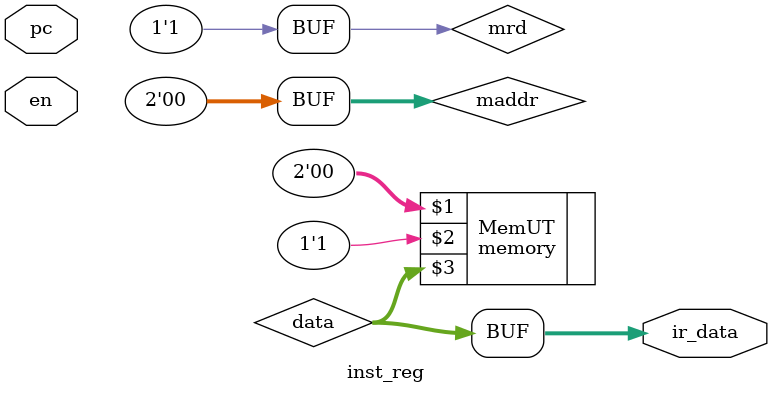
<source format=v>
module inst_reg(
    input [1:0]pc,
    input en,
    output [16:0]ir_data);

//mem_tb
reg [1:0]maddr;
reg mrd;
wire [16:0]data;
memory MemUT(maddr,mrd,data);
initial
begin
//$monitor ($time," addr=%d, data=%b ",maddr,data);
maddr=2'b00; mrd=1;
end
assign ir_data =data;

endmodule 
</source>
